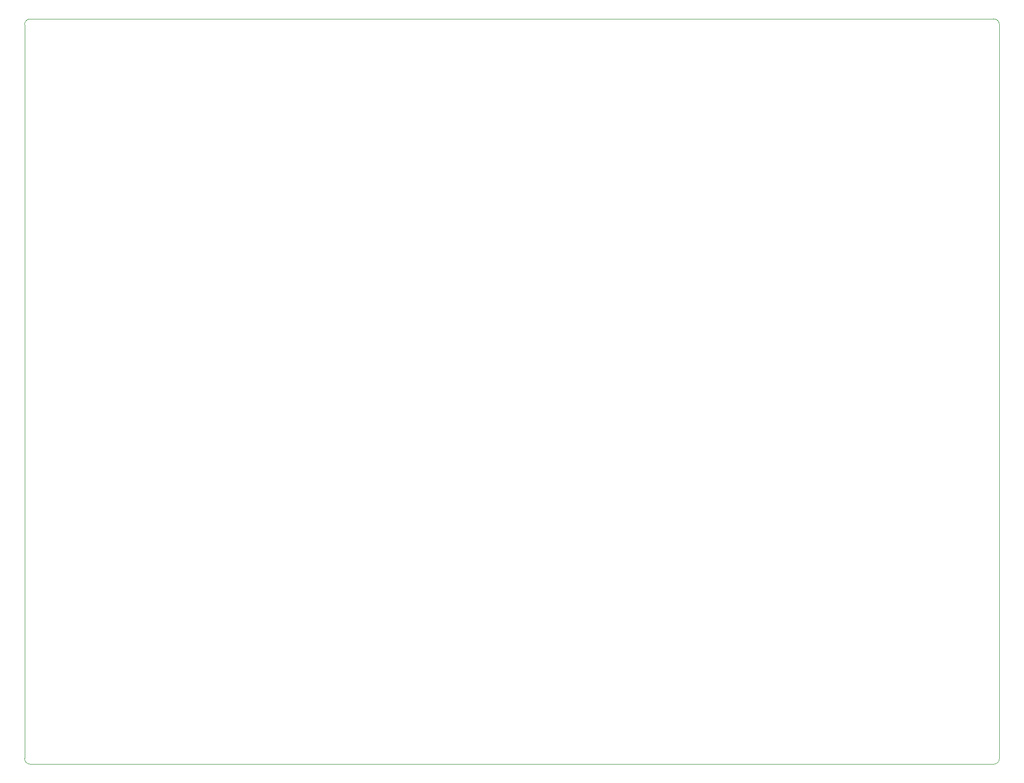
<source format=gbr>
G04 #@! TF.GenerationSoftware,KiCad,Pcbnew,(5.1.5)-2*
G04 #@! TF.CreationDate,2020-05-21T02:07:57+12:00*
G04 #@! TF.ProjectId,JVCard,4a564361-7264-42e6-9b69-6361645f7063,rev?*
G04 #@! TF.SameCoordinates,Original*
G04 #@! TF.FileFunction,Profile,NP*
%FSLAX46Y46*%
G04 Gerber Fmt 4.6, Leading zero omitted, Abs format (unit mm)*
G04 Created by KiCad (PCBNEW (5.1.5)-2) date 2020-05-21 02:07:57*
%MOMM*%
%LPD*%
G04 APERTURE LIST*
%ADD10C,0.050000*%
G04 APERTURE END LIST*
D10*
X110000000Y-139000000D02*
G75*
G02X109000000Y-140000000I-1000000J0D01*
G01*
X-59000000Y-140000000D02*
G75*
G02X-60000000Y-139000000I0J1000000D01*
G01*
X-60000000Y-11000000D02*
G75*
G02X-59000000Y-10000000I1000000J0D01*
G01*
X109000000Y-10000000D02*
G75*
G02X110000000Y-11000000I0J-1000000D01*
G01*
X110000000Y-139000000D02*
X110000000Y-135000000D01*
X-59000000Y-140000000D02*
X109000000Y-140000000D01*
X-60000000Y-11000000D02*
X-60000000Y-139000000D01*
X109000000Y-10000000D02*
X-59000000Y-10000000D01*
X110000000Y-135000000D02*
X110000000Y-11000000D01*
M02*

</source>
